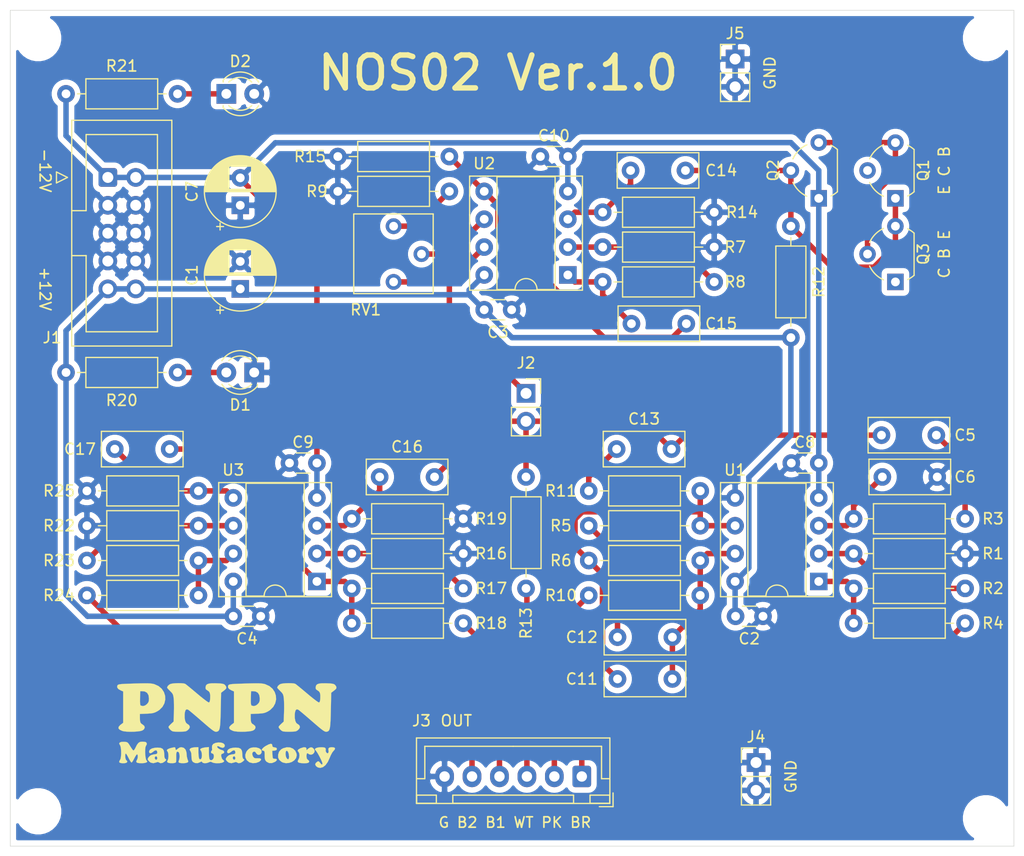
<source format=kicad_pcb>
(kicad_pcb (version 20171130) (host pcbnew "(5.1.10)-1")
  (title_block (title NOS02) (date 2021-07-18) (rev "Ver. 1.0") (company "PNPN Manufactory"))
  (layers (0 F.Cu signal) (31 B.Cu signal) (34 B.Paste user) (35 F.Paste user) (36 B.SilkS user) (37 F.SilkS user) (38 B.Mask user) (39 F.Mask user) (44 Edge.Cuts user))
  (net 0 "")
  (net 1 GND)
  (net 2 +12V)
  (net 3 "Net-(C5-Pad2)")
  (net 4 "Net-(C13-Pad2)")
  (net 5 "Net-(C6-Pad2)")
  (net 6 -12V)
  (net 7 "Net-(C11-Pad2)")
  (net 8 "Net-(C11-Pad1)")
  (net 9 "Net-(C12-Pad2)")
  (net 10 "Net-(C13-Pad1)")
  (net 11 "Net-(C14-Pad2)")
  (net 12 "Net-(C14-Pad1)")
  (net 13 "Net-(C15-Pad2)")
  (net 14 "Net-(C15-Pad1)")
  (net 15 "Net-(C16-Pad1)")
  (net 16 "Net-(C17-Pad2)")
  (net 17 "Net-(C17-Pad1)")
  (net 18 "Net-(D1-Pad2)")
  (net 19 "Net-(J2-Pad1)")
  (net 20 "Net-(J3-Pad5)")
  (net 21 "Net-(J3-Pad4)")
  (net 22 "Net-(J3-Pad3)")
  (net 23 "Net-(J3-Pad2)")
  (net 24 "Net-(J3-Pad1)")
  (net 25 "Net-(Q1-Pad3)")
  (net 26 "Net-(R1-Pad1)")
  (net 27 "Net-(R2-Pad1)")
  (net 28 "Net-(R7-Pad1)")
  (net 29 "Net-(R9-Pad1)")
  (net 30 "Net-(R16-Pad1)")
  (net 31 "Net-(R22-Pad1)")
  (net 32 "Net-(R23-Pad1)")
  (net 33 "Net-(RV1-Pad2)")
  (net 34 "Net-(D2-Pad1)")
  (module Package_DIP:DIP-8_W7.62mm_Socket (layer F.Cu) (at 125.73 110.49 180)
    (fp_text reference U3 (at 7.62 10.16) (layer F.SilkS))
    (fp_text value TL072)
    (pad 8 thru_hole oval (at 7.62 0 180) (size 1.6 1.6) (drill 0.8) (layers *.Cu *.Mask) (net 2 +12V))
    (pad 4 thru_hole oval (at 0 7.62 180) (size 1.6 1.6) (drill 0.8) (layers *.Cu *.Mask) (net 6 -12V))
    (pad 7 thru_hole oval (at 7.62 2.54 180) (size 1.6 1.6) (drill 0.8) (layers *.Cu *.Mask) (net 32 "Net-(R23-Pad1)"))
    (pad 3 thru_hole oval (at 0 5.08 180) (size 1.6 1.6) (drill 0.8) (layers *.Cu *.Mask) (net 15 "Net-(C16-Pad1)"))
    (pad 6 thru_hole oval (at 7.62 5.08 180) (size 1.6 1.6) (drill 0.8) (layers *.Cu *.Mask) (net 31 "Net-(R22-Pad1)"))
    (pad 2 thru_hole oval (at 0 2.54 180) (size 1.6 1.6) (drill 0.8) (layers *.Cu *.Mask) (net 30 "Net-(R16-Pad1)"))
    (pad 5 thru_hole oval (at 7.62 7.62 180) (size 1.6 1.6) (drill 0.8) (layers *.Cu *.Mask) (net 17 "Net-(C17-Pad1)"))
    (pad 1 thru_hole rect (at 0 0 180) (size 1.6 1.6) (drill 0.8) (layers *.Cu *.Mask) (net 16 "Net-(C17-Pad2)"))
  )
  (module Package_DIP:DIP-8_W7.62mm_Socket (layer F.Cu) (at 148.59 82.55 180)
    (fp_text reference U2 (at 7.62 10.16) (layer F.SilkS))
    (fp_text value TL072)
    (pad 8 thru_hole oval (at 7.62 0 180) (size 1.6 1.6) (drill 0.8) (layers *.Cu *.Mask) (net 2 +12V))
    (pad 4 thru_hole oval (at 0 7.62 180) (size 1.6 1.6) (drill 0.8) (layers *.Cu *.Mask) (net 6 -12V))
    (pad 7 thru_hole oval (at 7.62 2.54 180) (size 1.6 1.6) (drill 0.8) (layers *.Cu *.Mask) (net 19 "Net-(J2-Pad1)"))
    (pad 3 thru_hole oval (at 0 5.08 180) (size 1.6 1.6) (drill 0.8) (layers *.Cu *.Mask) (net 12 "Net-(C14-Pad1)"))
    (pad 6 thru_hole oval (at 7.62 5.08 180) (size 1.6 1.6) (drill 0.8) (layers *.Cu *.Mask) (net 33 "Net-(RV1-Pad2)"))
    (pad 2 thru_hole oval (at 0 2.54 180) (size 1.6 1.6) (drill 0.8) (layers *.Cu *.Mask) (net 28 "Net-(R7-Pad1)"))
    (pad 5 thru_hole oval (at 7.62 7.62 180) (size 1.6 1.6) (drill 0.8) (layers *.Cu *.Mask) (net 14 "Net-(C15-Pad1)"))
    (pad 1 thru_hole rect (at 0 0 180) (size 1.6 1.6) (drill 0.8) (layers *.Cu *.Mask) (net 13 "Net-(C15-Pad2)"))
  )
  (module myfootprint:Silk_PNPN_Manufactory_400dpi (layer F.Cu) (at 117.475 123.19)
    (fp_text reference G*** hide)
    (fp_text value LOGO hide)
  )
  (module Connector_PinHeader_2.54mm:PinHeader_1x02_P2.54mm_Vertical (layer F.Cu) (at 163.83 62.865)
    (fp_text reference J5 (at 0 -2.33) (layer F.SilkS))
    (fp_text value TP_GND)
    (pad 2 thru_hole oval (at 0 2.54) (size 1.7 1.7) (drill 1) (layers *.Cu *.Mask) (net 1 GND))
    (pad 1 thru_hole rect (at 0 0) (size 1.7 1.7) (drill 1) (layers *.Cu *.Mask) (net 1 GND))
  )
  (module MountingHole:MountingHole_3.2mm_M3 (layer F.Cu) (at 186.69 132.08)
    (fp_text reference H4)
    (fp_text value MountingHole)
    (pad 1 np_thru_hole circle (at 0 0) (size 3.2 3.2) (drill 3.2) (layers *.Cu *.Mask))
  )
  (module MountingHole:MountingHole_3.2mm_M3 (layer F.Cu) (at 186.69 60.96)
    (fp_text reference H3)
    (fp_text value MountingHole)
    (pad 1 np_thru_hole circle (at 0 0) (size 3.2 3.2) (drill 3.2) (layers *.Cu *.Mask))
  )
  (module MountingHole:MountingHole_3.2mm_M3 (layer F.Cu) (at 100.33 131.445)
    (fp_text reference H2)
    (fp_text value MountingHole)
    (pad 1 np_thru_hole circle (at 0 0) (size 3.2 3.2) (drill 3.2) (layers *.Cu *.Mask))
  )
  (module MountingHole:MountingHole_3.2mm_M3 (layer F.Cu) (at 100.33 60.96)
    (fp_text reference H1)
    (fp_text value MountingHole)
    (pad 1 np_thru_hole circle (at 0 0) (size 3.2 3.2) (drill 3.2) (layers *.Cu *.Mask))
  )
  (module Capacitor_THT:C_Rect_L7.2mm_W3.0mm_P5.00mm_FKS2_FKP2_MKS2_MKP2 (layer F.Cu) (at 182.245 100.965 180)
    (fp_text reference C6 (at -2.54 0) (layer F.SilkS))
    (fp_text value 0.1u)
    (pad 2 thru_hole circle (at 5 0 180) (size 1.6 1.6) (drill 0.8) (layers *.Cu *.Mask) (net 5 "Net-(C6-Pad2)"))
    (pad 1 thru_hole circle (at 0 0 180) (size 1.6 1.6) (drill 0.8) (layers *.Cu *.Mask) (net 1 GND))
  )
  (module Package_DIP:DIP-8_W7.62mm_Socket (layer F.Cu) (at 171.45 110.49 180)
    (fp_text reference U1 (at 7.62 10.16) (layer F.SilkS))
    (fp_text value TL072)
    (pad 8 thru_hole oval (at 7.62 0 180) (size 1.6 1.6) (drill 0.8) (layers *.Cu *.Mask) (net 2 +12V))
    (pad 4 thru_hole oval (at 0 7.62 180) (size 1.6 1.6) (drill 0.8) (layers *.Cu *.Mask) (net 6 -12V))
    (pad 7 thru_hole oval (at 7.62 2.54 180) (size 1.6 1.6) (drill 0.8) (layers *.Cu *.Mask) (net 8 "Net-(C11-Pad1)"))
    (pad 3 thru_hole oval (at 0 5.08 180) (size 1.6 1.6) (drill 0.8) (layers *.Cu *.Mask) (net 5 "Net-(C6-Pad2)"))
    (pad 6 thru_hole oval (at 7.62 5.08 180) (size 1.6 1.6) (drill 0.8) (layers *.Cu *.Mask) (net 7 "Net-(C11-Pad2)"))
    (pad 2 thru_hole oval (at 0 2.54 180) (size 1.6 1.6) (drill 0.8) (layers *.Cu *.Mask) (net 26 "Net-(R1-Pad1)"))
    (pad 5 thru_hole oval (at 7.62 7.62 180) (size 1.6 1.6) (drill 0.8) (layers *.Cu *.Mask) (net 1 GND))
    (pad 1 thru_hole rect (at 0 0 180) (size 1.6 1.6) (drill 0.8) (layers *.Cu *.Mask) (net 27 "Net-(R2-Pad1)"))
  )
  (module myfootprint:Potentiometer_Bourns_3362P_Vertical (layer F.Cu) (at 132.715 83.185)
    (fp_text reference RV1 (at -2.54 2.54) (layer F.SilkS))
    (fp_text value 100k)
    (pad 3 thru_hole circle (at 0 0) (size 1.44 1.44) (drill 0.8) (layers *.Cu *.Mask) (net 19 "Net-(J2-Pad1)"))
    (pad 2 thru_hole circle (at 2.54 -2.54) (size 1.44 1.44) (drill 0.8) (layers *.Cu *.Mask) (net 33 "Net-(RV1-Pad2)"))
    (pad 1 thru_hole circle (at 0 -5.08) (size 1.44 1.44) (drill 0.8) (layers *.Cu *.Mask) (net 29 "Net-(R9-Pad1)"))
  )
  (module Resistor_THT:R_Axial_DIN0207_L6.3mm_D2.5mm_P10.16mm_Horizontal (layer F.Cu) (at 104.775 102.235)
    (fp_text reference R25 (at -2.54 0) (layer F.SilkS))
    (fp_text value 1k)
    (pad 2 thru_hole oval (at 10.16 0) (size 1.6 1.6) (drill 0.8) (layers *.Cu *.Mask) (net 17 "Net-(C17-Pad1)"))
    (pad 1 thru_hole circle (at 0 0) (size 1.6 1.6) (drill 0.8) (layers *.Cu *.Mask) (net 1 GND))
  )
  (module Resistor_THT:R_Axial_DIN0207_L6.3mm_D2.5mm_P10.16mm_Horizontal (layer F.Cu) (at 104.775 111.76)
    (fp_text reference R24 (at -2.54 0) (layer F.SilkS))
    (fp_text value 1k)
    (pad 2 thru_hole oval (at 10.16 0) (size 1.6 1.6) (drill 0.8) (layers *.Cu *.Mask) (net 32 "Net-(R23-Pad1)"))
    (pad 1 thru_hole circle (at 0 0) (size 1.6 1.6) (drill 0.8) (layers *.Cu *.Mask) (net 20 "Net-(J3-Pad5)"))
  )
  (module Resistor_THT:R_Axial_DIN0207_L6.3mm_D2.5mm_P10.16mm_Horizontal (layer F.Cu) (at 114.935 108.585 180)
    (fp_text reference R23 (at 12.7 0) (layer F.SilkS))
    (fp_text value 15k)
    (pad 2 thru_hole oval (at 10.16 0 180) (size 1.6 1.6) (drill 0.8) (layers *.Cu *.Mask) (net 31 "Net-(R22-Pad1)"))
    (pad 1 thru_hole circle (at 0 0 180) (size 1.6 1.6) (drill 0.8) (layers *.Cu *.Mask) (net 32 "Net-(R23-Pad1)"))
  )
  (module Resistor_THT:R_Axial_DIN0207_L6.3mm_D2.5mm_P10.16mm_Horizontal (layer F.Cu) (at 114.935 105.41 180)
    (fp_text reference R22 (at 12.7 0) (layer F.SilkS))
    (fp_text value 10k)
    (pad 2 thru_hole oval (at 10.16 0 180) (size 1.6 1.6) (drill 0.8) (layers *.Cu *.Mask) (net 1 GND))
    (pad 1 thru_hole circle (at 0 0 180) (size 1.6 1.6) (drill 0.8) (layers *.Cu *.Mask) (net 31 "Net-(R22-Pad1)"))
  )
  (module Resistor_THT:R_Axial_DIN0207_L6.3mm_D2.5mm_P10.16mm_Horizontal (layer F.Cu) (at 113.03 66.04 180)
    (fp_text reference R21 (at 5.08 2.54) (layer F.SilkS))
    (fp_text value 4.7k)
    (pad 2 thru_hole oval (at 10.16 0 180) (size 1.6 1.6) (drill 0.8) (layers *.Cu *.Mask) (net 6 -12V))
    (pad 1 thru_hole circle (at 0 0 180) (size 1.6 1.6) (drill 0.8) (layers *.Cu *.Mask) (net 34 "Net-(D2-Pad1)"))
  )
  (module Resistor_THT:R_Axial_DIN0207_L6.3mm_D2.5mm_P10.16mm_Horizontal (layer F.Cu) (at 102.87 91.44)
    (fp_text reference R20 (at 5.08 2.54) (layer F.SilkS))
    (fp_text value 4.7k)
    (pad 2 thru_hole oval (at 10.16 0) (size 1.6 1.6) (drill 0.8) (layers *.Cu *.Mask) (net 18 "Net-(D1-Pad2)"))
    (pad 1 thru_hole circle (at 0 0) (size 1.6 1.6) (drill 0.8) (layers *.Cu *.Mask) (net 2 +12V))
  )
  (module Resistor_THT:R_Axial_DIN0207_L6.3mm_D2.5mm_P10.16mm_Horizontal (layer F.Cu) (at 139.065 104.775 180)
    (fp_text reference R19 (at -2.54 0) (layer F.SilkS))
    (fp_text value 1k)
    (pad 2 thru_hole oval (at 10.16 0 180) (size 1.6 1.6) (drill 0.8) (layers *.Cu *.Mask) (net 15 "Net-(C16-Pad1)"))
    (pad 1 thru_hole circle (at 0 0 180) (size 1.6 1.6) (drill 0.8) (layers *.Cu *.Mask) (net 1 GND))
  )
  (module Resistor_THT:R_Axial_DIN0207_L6.3mm_D2.5mm_P10.16mm_Horizontal (layer F.Cu) (at 139.065 114.3 180)
    (fp_text reference R18 (at -2.54 0) (layer F.SilkS))
    (fp_text value 1k)
    (pad 2 thru_hole oval (at 10.16 0 180) (size 1.6 1.6) (drill 0.8) (layers *.Cu *.Mask) (net 16 "Net-(C17-Pad2)"))
    (pad 1 thru_hole circle (at 0 0 180) (size 1.6 1.6) (drill 0.8) (layers *.Cu *.Mask) (net 21 "Net-(J3-Pad4)"))
  )
  (module Resistor_THT:R_Axial_DIN0207_L6.3mm_D2.5mm_P10.16mm_Horizontal (layer F.Cu) (at 128.905 111.125)
    (fp_text reference R17 (at 12.7 0) (layer F.SilkS))
    (fp_text value 22k)
    (pad 2 thru_hole oval (at 10.16 0) (size 1.6 1.6) (drill 0.8) (layers *.Cu *.Mask) (net 30 "Net-(R16-Pad1)"))
    (pad 1 thru_hole circle (at 0 0) (size 1.6 1.6) (drill 0.8) (layers *.Cu *.Mask) (net 16 "Net-(C17-Pad2)"))
  )
  (module Resistor_THT:R_Axial_DIN0207_L6.3mm_D2.5mm_P10.16mm_Horizontal (layer F.Cu) (at 128.905 107.95)
    (fp_text reference R16 (at 12.7 0) (layer F.SilkS))
    (fp_text value 10k)
    (pad 2 thru_hole oval (at 10.16 0) (size 1.6 1.6) (drill 0.8) (layers *.Cu *.Mask) (net 1 GND))
    (pad 1 thru_hole circle (at 0 0) (size 1.6 1.6) (drill 0.8) (layers *.Cu *.Mask) (net 30 "Net-(R16-Pad1)"))
  )
  (module Resistor_THT:R_Axial_DIN0207_L6.3mm_D2.5mm_P10.16mm_Horizontal (layer F.Cu) (at 137.795 71.755 180)
    (fp_text reference R15 (at 12.7 0) (layer F.SilkS))
    (fp_text value 100k)
    (pad 2 thru_hole oval (at 10.16 0 180) (size 1.6 1.6) (drill 0.8) (layers *.Cu *.Mask) (net 1 GND))
    (pad 1 thru_hole circle (at 0 0 180) (size 1.6 1.6) (drill 0.8) (layers *.Cu *.Mask) (net 14 "Net-(C15-Pad1)"))
  )
  (module Resistor_THT:R_Axial_DIN0207_L6.3mm_D2.5mm_P10.16mm_Horizontal (layer F.Cu) (at 151.765 76.835)
    (fp_text reference R14 (at 12.7 0) (layer F.SilkS))
    (fp_text value 100k)
    (pad 2 thru_hole oval (at 10.16 0) (size 1.6 1.6) (drill 0.8) (layers *.Cu *.Mask) (net 1 GND))
    (pad 1 thru_hole circle (at 0 0) (size 1.6 1.6) (drill 0.8) (layers *.Cu *.Mask) (net 12 "Net-(C14-Pad1)"))
  )
  (module Resistor_THT:R_Axial_DIN0207_L6.3mm_D2.5mm_P10.16mm_Horizontal (layer F.Cu) (at 144.78 111.125 90)
    (fp_text reference R13 (at -3.175 0 90) (layer F.SilkS))
    (fp_text value 1k)
    (pad 2 thru_hole oval (at 10.16 0 90) (size 1.6 1.6) (drill 0.8) (layers *.Cu *.Mask) (net 4 "Net-(C13-Pad2)"))
    (pad 1 thru_hole circle (at 0 0 90) (size 1.6 1.6) (drill 0.8) (layers *.Cu *.Mask) (net 22 "Net-(J3-Pad3)"))
  )
  (module Resistor_THT:R_Axial_DIN0207_L6.3mm_D2.5mm_P10.16mm_Horizontal (layer F.Cu) (at 168.91 88.265 90)
    (fp_text reference R12 (at 5.08 2.54 90) (layer F.SilkS))
    (fp_text value 100k)
    (pad 2 thru_hole oval (at 10.16 0 90) (size 1.6 1.6) (drill 0.8) (layers *.Cu *.Mask) (net 11 "Net-(C14-Pad2)"))
    (pad 1 thru_hole circle (at 0 0 90) (size 1.6 1.6) (drill 0.8) (layers *.Cu *.Mask) (net 2 +12V))
  )
  (module Resistor_THT:R_Axial_DIN0207_L6.3mm_D2.5mm_P10.16mm_Horizontal (layer F.Cu) (at 160.655 102.235 180)
    (fp_text reference R11 (at 12.7 0) (layer F.SilkS))
    (fp_text value 100k)
    (pad 2 thru_hole oval (at 10.16 0 180) (size 1.6 1.6) (drill 0.8) (layers *.Cu *.Mask) (net 10 "Net-(C13-Pad1)"))
    (pad 1 thru_hole circle (at 0 0 180) (size 1.6 1.6) (drill 0.8) (layers *.Cu *.Mask) (net 7 "Net-(C11-Pad2)"))
  )
  (module Resistor_THT:R_Axial_DIN0207_L6.3mm_D2.5mm_P10.16mm_Horizontal (layer F.Cu) (at 150.495 111.76)
    (fp_text reference R10 (at -2.54 0) (layer F.SilkS))
    (fp_text value 1k)
    (pad 2 thru_hole oval (at 10.16 0) (size 1.6 1.6) (drill 0.8) (layers *.Cu *.Mask) (net 8 "Net-(C11-Pad1)"))
    (pad 1 thru_hole circle (at 0 0) (size 1.6 1.6) (drill 0.8) (layers *.Cu *.Mask) (net 23 "Net-(J3-Pad2)"))
  )
  (module Resistor_THT:R_Axial_DIN0207_L6.3mm_D2.5mm_P10.16mm_Horizontal (layer F.Cu) (at 137.795 74.93 180)
    (fp_text reference R9 (at 12.065 0) (layer F.SilkS))
    (fp_text value 10k)
    (pad 2 thru_hole oval (at 10.16 0 180) (size 1.6 1.6) (drill 0.8) (layers *.Cu *.Mask) (net 1 GND))
    (pad 1 thru_hole circle (at 0 0 180) (size 1.6 1.6) (drill 0.8) (layers *.Cu *.Mask) (net 29 "Net-(R9-Pad1)"))
  )
  (module Resistor_THT:R_Axial_DIN0207_L6.3mm_D2.5mm_P10.16mm_Horizontal (layer F.Cu) (at 151.765 83.185)
    (fp_text reference R8 (at 12.065 0) (layer F.SilkS))
    (fp_text value 330k)
    (pad 2 thru_hole oval (at 10.16 0) (size 1.6 1.6) (drill 0.8) (layers *.Cu *.Mask) (net 28 "Net-(R7-Pad1)"))
    (pad 1 thru_hole circle (at 0 0) (size 1.6 1.6) (drill 0.8) (layers *.Cu *.Mask) (net 13 "Net-(C15-Pad2)"))
  )
  (module Resistor_THT:R_Axial_DIN0207_L6.3mm_D2.5mm_P10.16mm_Horizontal (layer F.Cu) (at 151.765 80.01)
    (fp_text reference R7 (at 12.065 0) (layer F.SilkS))
    (fp_text value 10k)
    (pad 2 thru_hole oval (at 10.16 0) (size 1.6 1.6) (drill 0.8) (layers *.Cu *.Mask) (net 1 GND))
    (pad 1 thru_hole circle (at 0 0) (size 1.6 1.6) (drill 0.8) (layers *.Cu *.Mask) (net 28 "Net-(R7-Pad1)"))
  )
  (module Resistor_THT:R_Axial_DIN0207_L6.3mm_D2.5mm_P10.16mm_Horizontal (layer F.Cu) (at 160.655 108.585 180)
    (fp_text reference R6 (at 12.7 0) (layer F.SilkS))
    (fp_text value 1M)
    (pad 2 thru_hole oval (at 10.16 0 180) (size 1.6 1.6) (drill 0.8) (layers *.Cu *.Mask) (net 7 "Net-(C11-Pad2)"))
    (pad 1 thru_hole circle (at 0 0 180) (size 1.6 1.6) (drill 0.8) (layers *.Cu *.Mask) (net 8 "Net-(C11-Pad1)"))
  )
  (module Resistor_THT:R_Axial_DIN0207_L6.3mm_D2.5mm_P10.16mm_Horizontal (layer F.Cu) (at 150.495 105.41)
    (fp_text reference R5 (at -2.54 0) (layer F.SilkS))
    (fp_text value 33k)
    (pad 2 thru_hole oval (at 10.16 0) (size 1.6 1.6) (drill 0.8) (layers *.Cu *.Mask) (net 7 "Net-(C11-Pad2)"))
    (pad 1 thru_hole circle (at 0 0) (size 1.6 1.6) (drill 0.8) (layers *.Cu *.Mask) (net 9 "Net-(C12-Pad2)"))
  )
  (module Resistor_THT:R_Axial_DIN0207_L6.3mm_D2.5mm_P10.16mm_Horizontal (layer F.Cu) (at 184.785 114.3 180)
    (fp_text reference R4 (at -2.54 0) (layer F.SilkS))
    (fp_text value 1k)
    (pad 2 thru_hole oval (at 10.16 0 180) (size 1.6 1.6) (drill 0.8) (layers *.Cu *.Mask) (net 27 "Net-(R2-Pad1)"))
    (pad 1 thru_hole circle (at 0 0 180) (size 1.6 1.6) (drill 0.8) (layers *.Cu *.Mask) (net 24 "Net-(J3-Pad1)"))
  )
  (module Resistor_THT:R_Axial_DIN0207_L6.3mm_D2.5mm_P10.16mm_Horizontal (layer F.Cu) (at 174.625 104.775)
    (fp_text reference R3 (at 12.7 0) (layer F.SilkS))
    (fp_text value 10k)
    (pad 2 thru_hole oval (at 10.16 0) (size 1.6 1.6) (drill 0.8) (layers *.Cu *.Mask) (net 3 "Net-(C5-Pad2)"))
    (pad 1 thru_hole circle (at 0 0) (size 1.6 1.6) (drill 0.8) (layers *.Cu *.Mask) (net 5 "Net-(C6-Pad2)"))
  )
  (module Resistor_THT:R_Axial_DIN0207_L6.3mm_D2.5mm_P10.16mm_Horizontal (layer F.Cu) (at 174.625 111.125)
    (fp_text reference R2 (at 12.7 0) (layer F.SilkS))
    (fp_text value 100k)
    (pad 2 thru_hole oval (at 10.16 0) (size 1.6 1.6) (drill 0.8) (layers *.Cu *.Mask) (net 26 "Net-(R1-Pad1)"))
    (pad 1 thru_hole circle (at 0 0) (size 1.6 1.6) (drill 0.8) (layers *.Cu *.Mask) (net 27 "Net-(R2-Pad1)"))
  )
  (module Resistor_THT:R_Axial_DIN0207_L6.3mm_D2.5mm_P10.16mm_Horizontal (layer F.Cu) (at 174.625 107.95)
    (fp_text reference R1 (at 12.7 0) (layer F.SilkS))
    (fp_text value 10k)
    (pad 2 thru_hole oval (at 10.16 0) (size 1.6 1.6) (drill 0.8) (layers *.Cu *.Mask) (net 1 GND))
    (pad 1 thru_hole circle (at 0 0) (size 1.6 1.6) (drill 0.8) (layers *.Cu *.Mask) (net 26 "Net-(R1-Pad1)"))
  )
  (module Package_TO_SOT_THT:TO-92L_Wide (layer F.Cu) (at 178.435 83.185 90)
    (fp_text reference Q3 (at 2.55 2.54 90) (layer F.SilkS))
    (fp_text value BC547)
    (pad 1 thru_hole rect (at 0 0 90) (size 1.5 1.5) (drill 0.8) (layers *.Cu *.Mask))
    (pad 3 thru_hole circle (at 5.08 0 90) (size 1.5 1.5) (drill 0.8) (layers *.Cu *.Mask) (net 11 "Net-(C14-Pad2)"))
    (pad 2 thru_hole circle (at 2.54 -2.54 90) (size 1.5 1.5) (drill 0.8) (layers *.Cu *.Mask) (net 25 "Net-(Q1-Pad3)"))
  )
  (module Package_TO_SOT_THT:TO-92L_Wide (layer F.Cu) (at 171.45 75.565 90)
    (fp_text reference Q2 (at 2.55 -4.15 90) (layer F.SilkS))
    (fp_text value 2SC1815)
    (pad 1 thru_hole rect (at 0 0 90) (size 1.5 1.5) (drill 0.8) (layers *.Cu *.Mask) (net 6 -12V))
    (pad 3 thru_hole circle (at 5.08 0 90) (size 1.5 1.5) (drill 0.8) (layers *.Cu *.Mask) (net 25 "Net-(Q1-Pad3)"))
    (pad 2 thru_hole circle (at 2.54 -2.54 90) (size 1.5 1.5) (drill 0.8) (layers *.Cu *.Mask) (net 11 "Net-(C14-Pad2)"))
  )
  (module Package_TO_SOT_THT:TO-92L_Wide (layer F.Cu) (at 178.435 75.565 90)
    (fp_text reference Q1 (at 2.55 2.54 90) (layer F.SilkS))
    (fp_text value 2SC1815)
    (pad 1 thru_hole rect (at 0 0 90) (size 1.5 1.5) (drill 0.8) (layers *.Cu *.Mask) (net 11 "Net-(C14-Pad2)"))
    (pad 3 thru_hole circle (at 5.08 0 90) (size 1.5 1.5) (drill 0.8) (layers *.Cu *.Mask) (net 25 "Net-(Q1-Pad3)"))
    (pad 2 thru_hole circle (at 2.54 -2.54 90) (size 1.5 1.5) (drill 0.8) (layers *.Cu *.Mask))
  )
  (module Connector_PinHeader_2.54mm:PinHeader_1x02_P2.54mm_Vertical (layer F.Cu) (at 165.735 127)
    (fp_text reference J4 (at 0 -2.33) (layer F.SilkS))
    (fp_text value TP_GND)
    (pad 2 thru_hole oval (at 0 2.54) (size 1.7 1.7) (drill 1) (layers *.Cu *.Mask) (net 1 GND))
    (pad 1 thru_hole rect (at 0 0) (size 1.7 1.7) (drill 1) (layers *.Cu *.Mask) (net 1 GND))
  )
  (module Connector_JST:JST_XH_B6B-XH-A_1x06_P2.50mm_Vertical (layer F.Cu) (at 149.86 128.27 180)
    (fp_text reference J3 (at 14.605 5.08) (layer F.SilkS))
    (fp_text value OUT)
    (pad 6 thru_hole oval (at 12.5 0 180) (size 1.7 1.95) (drill 0.95) (layers *.Cu *.Mask) (net 1 GND))
    (pad 5 thru_hole oval (at 10 0 180) (size 1.7 1.95) (drill 0.95) (layers *.Cu *.Mask) (net 20 "Net-(J3-Pad5)"))
    (pad 4 thru_hole oval (at 7.5 0 180) (size 1.7 1.95) (drill 0.95) (layers *.Cu *.Mask) (net 21 "Net-(J3-Pad4)"))
    (pad 3 thru_hole oval (at 5 0 180) (size 1.7 1.95) (drill 0.95) (layers *.Cu *.Mask) (net 22 "Net-(J3-Pad3)"))
    (pad 2 thru_hole oval (at 2.5 0 180) (size 1.7 1.95) (drill 0.95) (layers *.Cu *.Mask) (net 23 "Net-(J3-Pad2)"))
    (pad 1 thru_hole roundrect (at 0 0 180) (size 1.7 1.95) (drill 0.95) (layers *.Cu *.Mask) (roundrect_rratio 0.1470588235294118) (net 24 "Net-(J3-Pad1)"))
  )
  (module Connector_PinSocket_2.54mm:PinSocket_1x02_P2.54mm_Vertical (layer F.Cu) (at 144.78 93.345)
    (fp_text reference J2 (at 0 -2.77) (layer F.SilkS))
    (fp_text value Bridge)
    (pad 2 thru_hole oval (at 0 2.54) (size 1.7 1.7) (drill 1) (layers *.Cu *.Mask) (net 4 "Net-(C13-Pad2)"))
    (pad 1 thru_hole rect (at 0 0) (size 1.7 1.7) (drill 1) (layers *.Cu *.Mask) (net 19 "Net-(J2-Pad1)"))
  )
  (module Connector_IDC:IDC-Header_2x05_P2.54mm_Vertical (layer F.Cu) (at 106.68 73.66)
    (fp_text reference J1 (at -5.08 14.605 180) (layer F.SilkS))
    (fp_text value ERK_PWR)
    (pad 10 thru_hole circle (at 2.54 10.16) (size 1.7 1.7) (drill 1) (layers *.Cu *.Mask) (net 2 +12V))
    (pad 8 thru_hole circle (at 2.54 7.62) (size 1.7 1.7) (drill 1) (layers *.Cu *.Mask) (net 1 GND))
    (pad 6 thru_hole circle (at 2.54 5.08) (size 1.7 1.7) (drill 1) (layers *.Cu *.Mask) (net 1 GND))
    (pad 4 thru_hole circle (at 2.54 2.54) (size 1.7 1.7) (drill 1) (layers *.Cu *.Mask) (net 1 GND))
    (pad 2 thru_hole circle (at 2.54 0) (size 1.7 1.7) (drill 1) (layers *.Cu *.Mask) (net 6 -12V))
    (pad 9 thru_hole circle (at 0 10.16) (size 1.7 1.7) (drill 1) (layers *.Cu *.Mask) (net 2 +12V))
    (pad 7 thru_hole circle (at 0 7.62) (size 1.7 1.7) (drill 1) (layers *.Cu *.Mask) (net 1 GND))
    (pad 5 thru_hole circle (at 0 5.08) (size 1.7 1.7) (drill 1) (layers *.Cu *.Mask) (net 1 GND))
    (pad 3 thru_hole circle (at 0 2.54) (size 1.7 1.7) (drill 1) (layers *.Cu *.Mask) (net 1 GND))
    (pad 1 thru_hole roundrect (at 0 0) (size 1.7 1.7) (drill 1) (layers *.Cu *.Mask) (roundrect_rratio 0.1470588235294118) (net 6 -12V))
  )
  (module LED_THT:LED_D3.0mm (layer F.Cu) (at 117.475 66.04)
    (fp_text reference D2 (at 1.27 -2.96) (layer F.SilkS))
    (fp_text value BLUE)
    (pad 2 thru_hole circle (at 2.54 0) (size 1.8 1.8) (drill 0.9) (layers *.Cu *.Mask) (net 1 GND))
    (pad 1 thru_hole rect (at 0 0) (size 1.8 1.8) (drill 0.9) (layers *.Cu *.Mask) (net 34 "Net-(D2-Pad1)"))
  )
  (module LED_THT:LED_D3.0mm (layer F.Cu) (at 120.015 91.44 180)
    (fp_text reference D1 (at 1.27 -2.96) (layer F.SilkS))
    (fp_text value RED)
    (pad 2 thru_hole circle (at 2.54 0 180) (size 1.8 1.8) (drill 0.9) (layers *.Cu *.Mask) (net 18 "Net-(D1-Pad2)"))
    (pad 1 thru_hole rect (at 0 0 180) (size 1.8 1.8) (drill 0.9) (layers *.Cu *.Mask) (net 1 GND))
  )
  (module Capacitor_THT:C_Rect_L7.2mm_W3.0mm_P5.00mm_FKS2_FKP2_MKS2_MKP2 (layer F.Cu) (at 107.315 98.425)
    (fp_text reference C17 (at -3.175 0) (layer F.SilkS))
    (fp_text value 0.01u)
    (pad 2 thru_hole circle (at 5 0) (size 1.6 1.6) (drill 0.8) (layers *.Cu *.Mask) (net 16 "Net-(C17-Pad2)"))
    (pad 1 thru_hole circle (at 0 0) (size 1.6 1.6) (drill 0.8) (layers *.Cu *.Mask) (net 17 "Net-(C17-Pad1)"))
  )
  (module Capacitor_THT:C_Rect_L7.2mm_W3.0mm_P5.00mm_FKS2_FKP2_MKS2_MKP2 (layer F.Cu) (at 131.445 100.965)
    (fp_text reference C16 (at 2.5 -2.75) (layer F.SilkS))
    (fp_text value 0.1u)
    (pad 2 thru_hole circle (at 5 0) (size 1.6 1.6) (drill 0.8) (layers *.Cu *.Mask) (net 4 "Net-(C13-Pad2)"))
    (pad 1 thru_hole circle (at 0 0) (size 1.6 1.6) (drill 0.8) (layers *.Cu *.Mask) (net 15 "Net-(C16-Pad1)"))
  )
  (module Capacitor_THT:C_Rect_L7.2mm_W3.0mm_P5.00mm_FKS2_FKP2_MKS2_MKP2 (layer F.Cu) (at 159.385 86.995 180)
    (fp_text reference C15 (at -3.175 0) (layer F.SilkS))
    (fp_text value 0.1u)
    (pad 2 thru_hole circle (at 5 0 180) (size 1.6 1.6) (drill 0.8) (layers *.Cu *.Mask) (net 13 "Net-(C15-Pad2)"))
    (pad 1 thru_hole circle (at 0 0 180) (size 1.6 1.6) (drill 0.8) (layers *.Cu *.Mask) (net 14 "Net-(C15-Pad1)"))
  )
  (module Capacitor_THT:C_Rect_L7.2mm_W3.0mm_P5.00mm_FKS2_FKP2_MKS2_MKP2 (layer F.Cu) (at 154.305 73.025)
    (fp_text reference C14 (at 8.255 0) (layer F.SilkS))
    (fp_text value 0.1u)
    (pad 2 thru_hole circle (at 5 0) (size 1.6 1.6) (drill 0.8) (layers *.Cu *.Mask) (net 11 "Net-(C14-Pad2)"))
    (pad 1 thru_hole circle (at 0 0) (size 1.6 1.6) (drill 0.8) (layers *.Cu *.Mask) (net 12 "Net-(C14-Pad1)"))
  )
  (module Capacitor_THT:C_Rect_L7.2mm_W3.0mm_P5.00mm_FKS2_FKP2_MKS2_MKP2 (layer F.Cu) (at 153.035 98.425)
    (fp_text reference C13 (at 2.5 -2.75) (layer F.SilkS))
    (fp_text value 0.1u)
    (pad 2 thru_hole circle (at 5 0) (size 1.6 1.6) (drill 0.8) (layers *.Cu *.Mask) (net 4 "Net-(C13-Pad2)"))
    (pad 1 thru_hole circle (at 0 0) (size 1.6 1.6) (drill 0.8) (layers *.Cu *.Mask) (net 10 "Net-(C13-Pad1)"))
  )
  (module Capacitor_THT:C_Rect_L7.2mm_W3.0mm_P5.00mm_FKS2_FKP2_MKS2_MKP2 (layer F.Cu) (at 158.115 115.57 180)
    (fp_text reference C12 (at 8.255 0) (layer F.SilkS))
    (fp_text value 0.01u)
    (pad 2 thru_hole circle (at 5 0 180) (size 1.6 1.6) (drill 0.8) (layers *.Cu *.Mask) (net 9 "Net-(C12-Pad2)"))
    (pad 1 thru_hole circle (at 0 0 180) (size 1.6 1.6) (drill 0.8) (layers *.Cu *.Mask) (net 8 "Net-(C11-Pad1)"))
  )
  (module Capacitor_THT:C_Rect_L7.2mm_W3.0mm_P5.00mm_FKS2_FKP2_MKS2_MKP2 (layer F.Cu) (at 158.115 119.38 180)
    (fp_text reference C11 (at 8.255 0) (layer F.SilkS))
    (fp_text value 0.001u)
    (pad 2 thru_hole circle (at 5 0 180) (size 1.6 1.6) (drill 0.8) (layers *.Cu *.Mask) (net 7 "Net-(C11-Pad2)"))
    (pad 1 thru_hole circle (at 0 0 180) (size 1.6 1.6) (drill 0.8) (layers *.Cu *.Mask) (net 8 "Net-(C11-Pad1)"))
  )
  (module Capacitor_THT:C_Disc_D3.0mm_W1.6mm_P2.50mm (layer F.Cu) (at 148.59 71.755 180)
    (fp_text reference C10 (at 1.27 1.905) (layer F.SilkS))
    (fp_text value 0.1u)
    (pad 2 thru_hole circle (at 2.5 0 180) (size 1.6 1.6) (drill 0.8) (layers *.Cu *.Mask) (net 1 GND))
    (pad 1 thru_hole circle (at 0 0 180) (size 1.6 1.6) (drill 0.8) (layers *.Cu *.Mask) (net 6 -12V))
  )
  (module Capacitor_THT:C_Disc_D3.0mm_W1.6mm_P2.50mm (layer F.Cu) (at 125.73 99.695 180)
    (fp_text reference C9 (at 1.27 1.905) (layer F.SilkS))
    (fp_text value 0.1u)
    (pad 2 thru_hole circle (at 2.5 0 180) (size 1.6 1.6) (drill 0.8) (layers *.Cu *.Mask) (net 1 GND))
    (pad 1 thru_hole circle (at 0 0 180) (size 1.6 1.6) (drill 0.8) (layers *.Cu *.Mask) (net 6 -12V))
  )
  (module Capacitor_THT:C_Disc_D3.0mm_W1.6mm_P2.50mm (layer F.Cu) (at 171.45 99.695 180)
    (fp_text reference C8 (at 1.27 1.905) (layer F.SilkS))
    (fp_text value 0.1u)
    (pad 2 thru_hole circle (at 2.5 0 180) (size 1.6 1.6) (drill 0.8) (layers *.Cu *.Mask) (net 1 GND))
    (pad 1 thru_hole circle (at 0 0 180) (size 1.6 1.6) (drill 0.8) (layers *.Cu *.Mask) (net 6 -12V))
  )
  (module Capacitor_THT:CP_Radial_D6.3mm_P2.50mm (layer F.Cu) (at 118.745 76.2 90)
    (fp_text reference C7 (at 1.25 -4.4 90) (layer F.SilkS))
    (fp_text value 100u)
    (pad 2 thru_hole circle (at 2.5 0 90) (size 1.6 1.6) (drill 0.8) (layers *.Cu *.Mask) (net 6 -12V))
    (pad 1 thru_hole rect (at 0 0 90) (size 1.6 1.6) (drill 0.8) (layers *.Cu *.Mask) (net 1 GND))
  )
  (module Capacitor_THT:C_Rect_L7.2mm_W3.0mm_P5.00mm_FKS2_FKP2_MKS2_MKP2 (layer F.Cu) (at 177.165 97.155)
    (fp_text reference C5 (at 7.62 0) (layer F.SilkS))
    (fp_text value 0.1u)
    (pad 2 thru_hole circle (at 5 0) (size 1.6 1.6) (drill 0.8) (layers *.Cu *.Mask) (net 3 "Net-(C5-Pad2)"))
    (pad 1 thru_hole circle (at 0 0) (size 1.6 1.6) (drill 0.8) (layers *.Cu *.Mask) (net 4 "Net-(C13-Pad2)"))
  )
  (module Capacitor_THT:C_Disc_D3.0mm_W1.6mm_P2.50mm (layer F.Cu) (at 120.61 113.665 180)
    (fp_text reference C4 (at 1.25 -2.05) (layer F.SilkS))
    (fp_text value 0.1u)
    (pad 2 thru_hole circle (at 2.5 0 180) (size 1.6 1.6) (drill 0.8) (layers *.Cu *.Mask) (net 2 +12V))
    (pad 1 thru_hole circle (at 0 0 180) (size 1.6 1.6) (drill 0.8) (layers *.Cu *.Mask) (net 1 GND))
  )
  (module Capacitor_THT:C_Disc_D3.0mm_W1.6mm_P2.50mm (layer F.Cu) (at 143.47 85.725 180)
    (fp_text reference C3 (at 1.25 -2.05) (layer F.SilkS))
    (fp_text value 0.1u)
    (pad 2 thru_hole circle (at 2.5 0 180) (size 1.6 1.6) (drill 0.8) (layers *.Cu *.Mask) (net 2 +12V))
    (pad 1 thru_hole circle (at 0 0 180) (size 1.6 1.6) (drill 0.8) (layers *.Cu *.Mask) (net 1 GND))
  )
  (module Capacitor_THT:C_Disc_D3.0mm_W1.6mm_P2.50mm (layer F.Cu) (at 166.37 113.665 180)
    (fp_text reference C2 (at 1.25 -2.05) (layer F.SilkS))
    (fp_text value 0.1u)
    (pad 2 thru_hole circle (at 2.5 0 180) (size 1.6 1.6) (drill 0.8) (layers *.Cu *.Mask) (net 2 +12V))
    (pad 1 thru_hole circle (at 0 0 180) (size 1.6 1.6) (drill 0.8) (layers *.Cu *.Mask) (net 1 GND))
  )
  (module Capacitor_THT:CP_Radial_D6.3mm_P2.50mm (layer F.Cu) (at 118.745 83.82 90)
    (fp_text reference C1 (at 1.25 -4.4 90) (layer F.SilkS))
    (fp_text value 100u)
    (pad 2 thru_hole circle (at 2.5 0 90) (size 1.6 1.6) (drill 0.8) (layers *.Cu *.Mask) (net 1 GND))
    (pad 1 thru_hole rect (at 0 0 90) (size 1.6 1.6) (drill 0.8) (layers *.Cu *.Mask) (net 2 +12V))
  )
  (gr_text "C B E" (at 182.88 80.645 90) (layer F.SilkS) (effects (font (size 1 1))))
  (gr_text "E C B" (at 182.88 73.025 90) (layer F.SilkS) (effects (font (size 1 1))))
  (gr_text +12V (at 100.965 83.82 270) (layer F.SilkS) (effects (font (size 1 1))))
  (gr_text -12V (at 100.965 73.025 270) (layer F.SilkS) (effects (font (size 1 1))))
  (gr_text GND (at 167.005 64.135 90) (layer F.SilkS) (effects (font (size 1 1))))
  (gr_text GND (at 168.91 128.27 90) (layer F.SilkS) (effects (font (size 1 1))))
  (gr_text "G B2 B1 WT PK BR" (at 143.764 132.461) (layer F.SilkS) (effects (font (size 0.95 0.95))))
  (gr_text OUT (at 138.43 123.19) (layer F.SilkS) (effects (font (size 1 1))))
  (gr_text https://dad8893.blogspot.com/ (at 118.745 132.08) (layer F.Cu) (effects (font (size 1.2 1.2) (thickness 0.2))))
  (gr_text "NOS02 Ver.1.0" (at 142.24 64.135) (layer F.SilkS) (effects (font (size 3 3) (thickness 0.5))))
  (gr_line (start 97.79 134.62) (end 97.79 58.42) (layer Edge.Cuts) (width 0.05))
  (gr_line (start 189.23 134.62) (end 97.79 134.62) (layer Edge.Cuts) (width 0.05))
  (gr_line (start 189.23 58.42) (end 189.23 134.62) (layer Edge.Cuts) (width 0.05))
  (gr_line (start 97.79 58.42) (end 189.23 58.42) (layer Edge.Cuts) (width 0.05))
  (segment (start 102.87 87.63) (end 106.68 83.82) (width 0.5) (layer B.Cu) (net 2))
  (segment (start 102.87 91.44) (end 102.87 87.63) (width 0.5) (layer B.Cu) (net 2))
  (segment (start 106.68 83.82) (end 109.22 83.82) (width 0.5) (layer B.Cu) (net 2))
  (segment (start 109.22 83.82) (end 118.745 83.82) (width 0.5) (layer B.Cu) (net 2))
  (segment (start 104.829998 113.665) (end 118.11 113.665) (width 0.5) (layer B.Cu) (net 2))
  (segment (start 102.87 111.705002) (end 104.829998 113.665) (width 0.5) (layer B.Cu) (net 2))
  (segment (start 102.87 91.44) (end 102.87 111.705002) (width 0.5) (layer B.Cu) (net 2))
  (segment (start 118.11 113.665) (end 118.11 110.49) (width 0.5) (layer B.Cu) (net 2))
  (segment (start 139.600001 84.355001) (end 140.97 85.725) (width 0.5) (layer B.Cu) (net 2))
  (segment (start 119.280001 84.355001) (end 139.600001 84.355001) (width 0.5) (layer B.Cu) (net 2))
  (segment (start 118.745 83.82) (end 119.280001 84.355001) (width 0.5) (layer B.Cu) (net 2))
  (segment (start 139.600001 83.919999) (end 139.600001 84.355001) (width 0.5) (layer B.Cu) (net 2))
  (segment (start 140.97 82.55) (end 139.600001 83.919999) (width 0.5) (layer B.Cu) (net 2))
  (segment (start 143.51 88.265) (end 168.91 88.265) (width 0.5) (layer B.Cu) (net 2))
  (segment (start 140.97 85.725) (end 143.51 88.265) (width 0.5) (layer B.Cu) (net 2))
  (segment (start 165.080001 109.239999) (end 165.080001 100.984999) (width 0.5) (layer B.Cu) (net 2))
  (segment (start 163.83 110.49) (end 165.080001 109.239999) (width 0.5) (layer B.Cu) (net 2))
  (segment (start 168.91 97.155) (end 168.91 88.265) (width 0.5) (layer B.Cu) (net 2))
  (segment (start 165.080001 100.984999) (end 168.91 97.155) (width 0.5) (layer B.Cu) (net 2))
  (segment (start 163.83 113.625) (end 163.87 113.665) (width 0.5) (layer B.Cu) (net 2))
  (segment (start 163.83 110.49) (end 163.83 113.625) (width 0.5) (layer B.Cu) (net 2))
  (segment (start 184.785 99.775) (end 182.165 97.155) (width 0.5) (layer F.Cu) (net 3))
  (segment (start 184.785 104.775) (end 184.785 99.775) (width 0.5) (layer F.Cu) (net 3))
  (segment (start 144.78 95.885) (end 144.78 100.965) (width 0.5) (layer F.Cu) (net 4))
  (segment (start 155.495 95.885) (end 144.78 95.885) (width 0.5) (layer F.Cu) (net 4))
  (segment (start 158.035 98.425) (end 155.495 95.885) (width 0.5) (layer F.Cu) (net 4))
  (segment (start 159.305 97.155) (end 158.035 98.425) (width 0.5) (layer F.Cu) (net 4))
  (segment (start 177.165 97.155) (end 159.305 97.155) (width 0.5) (layer F.Cu) (net 4))
  (segment (start 141.525 95.885) (end 136.445 100.965) (width 0.5) (layer F.Cu) (net 4))
  (segment (start 144.78 95.885) (end 141.525 95.885) (width 0.5) (layer F.Cu) (net 4))
  (segment (start 173.99 105.41) (end 174.625 104.775) (width 0.5) (layer F.Cu) (net 5))
  (segment (start 171.45 105.41) (end 173.99 105.41) (width 0.5) (layer F.Cu) (net 5))
  (segment (start 174.625 103.585) (end 177.245 100.965) (width 0.5) (layer F.Cu) (net 5))
  (segment (start 174.625 104.775) (end 174.625 103.585) (width 0.5) (layer F.Cu) (net 5))
  (segment (start 102.87 69.85) (end 106.68 73.66) (width 0.5) (layer B.Cu) (net 6))
  (segment (start 102.87 66.04) (end 102.87 69.85) (width 0.5) (layer B.Cu) (net 6))
  (segment (start 106.68 73.66) (end 109.22 73.66) (width 0.5) (layer B.Cu) (net 6))
  (segment (start 118.705 73.66) (end 118.745 73.7) (width 0.5) (layer B.Cu) (net 6))
  (segment (start 109.22 73.66) (end 118.705 73.66) (width 0.5) (layer B.Cu) (net 6))
  (segment (start 171.45 102.87) (end 171.45 99.695) (width 0.5) (layer B.Cu) (net 6))
  (segment (start 171.45 99.695) (end 171.45 75.565) (width 0.5) (layer B.Cu) (net 6))
  (segment (start 147.339999 70.504999) (end 148.59 71.755) (width 0.5) (layer B.Cu) (net 6))
  (segment (start 121.940001 70.504999) (end 147.339999 70.504999) (width 0.5) (layer B.Cu) (net 6))
  (segment (start 118.745 73.7) (end 121.940001 70.504999) (width 0.5) (layer B.Cu) (net 6))
  (segment (start 148.59 71.755) (end 149.86 70.485) (width 0.5) (layer B.Cu) (net 6))
  (segment (start 149.86 70.485) (end 168.91 70.485) (width 0.5) (layer B.Cu) (net 6))
  (segment (start 171.45 73.025) (end 171.45 75.565) (width 0.5) (layer B.Cu) (net 6))
  (segment (start 168.91 70.485) (end 171.45 73.025) (width 0.5) (layer B.Cu) (net 6))
  (segment (start 125.73 99.695) (end 125.73 102.87) (width 0.5) (layer B.Cu) (net 6))
  (segment (start 118.745 73.789998) (end 118.745 73.7) (width 0.5) (layer F.Cu) (net 6))
  (segment (start 125.73 80.774998) (end 118.745 73.789998) (width 0.5) (layer F.Cu) (net 6))
  (segment (start 125.73 99.695) (end 125.73 80.774998) (width 0.5) (layer F.Cu) (net 6))
  (segment (start 148.59 71.755) (end 148.59 74.93) (width 0.5) (layer B.Cu) (net 6))
  (segment (start 151.745001 118.010001) (end 151.745001 109.835001) (width 0.5) (layer F.Cu) (net 7))
  (segment (start 153.115 119.38) (end 151.745001 118.010001) (width 0.5) (layer F.Cu) (net 7))
  (segment (start 163.83 105.41) (end 160.655 105.41) (width 0.5) (layer F.Cu) (net 7))
  (segment (start 151.745001 109.835001) (end 150.495 108.585) (width 0.5) (layer F.Cu) (net 7))
  (segment (start 149.914998 104.14) (end 160.655 104.14) (width 0.5) (layer F.Cu) (net 7))
  (segment (start 149.244999 107.334999) (end 149.244999 104.809999) (width 0.5) (layer F.Cu) (net 7))
  (segment (start 150.495 108.585) (end 149.244999 107.334999) (width 0.5) (layer F.Cu) (net 7))
  (segment (start 149.244999 104.809999) (end 149.914998 104.14) (width 0.5) (layer F.Cu) (net 7))
  (segment (start 160.655 104.14) (end 160.655 105.41) (width 0.5) (layer F.Cu) (net 7))
  (segment (start 160.655 102.235) (end 160.655 104.14) (width 0.5) (layer F.Cu) (net 7))
  (segment (start 158.115 115.57) (end 158.115 119.38) (width 0.5) (layer F.Cu) (net 8))
  (segment (start 160.655 113.03) (end 158.115 115.57) (width 0.5) (layer F.Cu) (net 8))
  (segment (start 160.655 111.76) (end 160.655 113.03) (width 0.5) (layer F.Cu) (net 8))
  (segment (start 160.655 108.585) (end 160.655 111.76) (width 0.5) (layer F.Cu) (net 8))
  (segment (start 161.29 107.95) (end 160.655 108.585) (width 0.5) (layer F.Cu) (net 8))
  (segment (start 163.83 107.95) (end 161.29 107.95) (width 0.5) (layer F.Cu) (net 8))
  (segment (start 153.115 108.03) (end 150.495 105.41) (width 0.5) (layer F.Cu) (net 9))
  (segment (start 153.115 115.57) (end 153.115 108.03) (width 0.5) (layer F.Cu) (net 9))
  (segment (start 150.495 100.965) (end 153.035 98.425) (width 0.5) (layer F.Cu) (net 10))
  (segment (start 150.495 102.235) (end 150.495 100.965) (width 0.5) (layer F.Cu) (net 10))
  (segment (start 159.305 73.025) (end 168.91 73.025) (width 0.5) (layer F.Cu) (net 11))
  (segment (start 168.91 73.025) (end 168.91 78.105) (width 0.5) (layer F.Cu) (net 11))
  (segment (start 178.435 75.565) (end 178.435 78.105) (width 0.5) (layer F.Cu) (net 11))
  (segment (start 172.650001 81.845001) (end 168.91 78.105) (width 0.5) (layer F.Cu) (net 11))
  (segment (start 176.471001 81.845001) (end 172.650001 81.845001) (width 0.5) (layer F.Cu) (net 11))
  (segment (start 178.435 79.881002) (end 176.471001 81.845001) (width 0.5) (layer F.Cu) (net 11))
  (segment (start 178.435 78.105) (end 178.435 79.881002) (width 0.5) (layer F.Cu) (net 11))
  (segment (start 149.225 76.835) (end 148.59 77.47) (width 0.5) (layer F.Cu) (net 12))
  (segment (start 151.765 76.835) (end 149.225 76.835) (width 0.5) (layer F.Cu) (net 12))
  (segment (start 154.305 74.295) (end 151.765 76.835) (width 0.5) (layer F.Cu) (net 12))
  (segment (start 154.305 73.025) (end 154.305 74.295) (width 0.5) (layer F.Cu) (net 12))
  (segment (start 149.225 83.185) (end 148.59 82.55) (width 0.5) (layer F.Cu) (net 13))
  (segment (start 151.765 83.185) (end 149.225 83.185) (width 0.5) (layer F.Cu) (net 13))
  (segment (start 151.765 84.375) (end 154.385 86.995) (width 0.5) (layer F.Cu) (net 13))
  (segment (start 151.765 83.185) (end 151.765 84.375) (width 0.5) (layer F.Cu) (net 13))
  (segment (start 137.795 71.755) (end 140.97 74.93) (width 0.5) (layer F.Cu) (net 14))
  (segment (start 158.134999 88.245001) (end 159.385 86.995) (width 0.5) (layer F.Cu) (net 14))
  (segment (start 151.874999 88.245001) (end 158.134999 88.245001) (width 0.5) (layer F.Cu) (net 14))
  (segment (start 142.220001 78.590003) (end 151.874999 88.245001) (width 0.5) (layer F.Cu) (net 14))
  (segment (start 142.220001 76.180001) (end 142.220001 78.590003) (width 0.5) (layer F.Cu) (net 14))
  (segment (start 140.97 74.93) (end 142.220001 76.180001) (width 0.5) (layer F.Cu) (net 14))
  (segment (start 128.27 105.41) (end 128.905 104.775) (width 0.5) (layer F.Cu) (net 15))
  (segment (start 125.73 105.41) (end 128.27 105.41) (width 0.5) (layer F.Cu) (net 15))
  (segment (start 131.445 102.235) (end 128.905 104.775) (width 0.5) (layer F.Cu) (net 15))
  (segment (start 131.445 100.965) (end 131.445 102.235) (width 0.5) (layer F.Cu) (net 15))
  (segment (start 128.27 110.49) (end 128.905 111.125) (width 0.5) (layer F.Cu) (net 16))
  (segment (start 125.73 110.49) (end 128.27 110.49) (width 0.5) (layer F.Cu) (net 16))
  (segment (start 128.905 111.125) (end 128.905 114.3) (width 0.5) (layer F.Cu) (net 16))
  (segment (start 118.745 98.425) (end 112.315 98.425) (width 0.5) (layer F.Cu) (net 16))
  (segment (start 121.285 100.965) (end 118.745 98.425) (width 0.5) (layer F.Cu) (net 16))
  (segment (start 121.285 106.045) (end 121.285 100.965) (width 0.5) (layer F.Cu) (net 16))
  (segment (start 125.73 110.49) (end 121.285 106.045) (width 0.5) (layer F.Cu) (net 16))
  (segment (start 117.475 102.235) (end 118.11 102.87) (width 0.5) (layer F.Cu) (net 17))
  (segment (start 114.935 102.235) (end 117.475 102.235) (width 0.5) (layer F.Cu) (net 17))
  (segment (start 111.125 102.235) (end 107.315 98.425) (width 0.5) (layer F.Cu) (net 17))
  (segment (start 114.935 102.235) (end 111.125 102.235) (width 0.5) (layer F.Cu) (net 17))
  (segment (start 113.03 91.44) (end 117.475 91.44) (width 0.5) (layer F.Cu) (net 18))
  (segment (start 137.795 83.185) (end 140.97 80.01) (width 0.5) (layer F.Cu) (net 19))
  (segment (start 132.715 83.185) (end 137.795 83.185) (width 0.5) (layer F.Cu) (net 19))
  (segment (start 137.795 86.36) (end 137.795 83.185) (width 0.5) (layer F.Cu) (net 19))
  (segment (start 144.78 93.345) (end 137.795 86.36) (width 0.5) (layer F.Cu) (net 19))
  (segment (start 139.86 128.27) (end 139.86 123.985) (width 0.5) (layer F.Cu) (net 20))
  (segment (start 139.86 123.985) (end 137.795 121.92) (width 0.5) (layer F.Cu) (net 20))
  (segment (start 114.935 121.92) (end 104.775 111.76) (width 0.5) (layer F.Cu) (net 20))
  (segment (start 137.795 121.92) (end 114.935 121.92) (width 0.5) (layer F.Cu) (net 20))
  (segment (start 142.36 117.595) (end 139.065 114.3) (width 0.5) (layer F.Cu) (net 21))
  (segment (start 142.36 128.27) (end 142.36 117.595) (width 0.5) (layer F.Cu) (net 21))
  (segment (start 144.86 111.205) (end 144.78 111.125) (width 0.5) (layer F.Cu) (net 22))
  (segment (start 144.86 128.27) (end 144.86 111.205) (width 0.5) (layer F.Cu) (net 22))
  (segment (start 147.36 114.895) (end 150.495 111.76) (width 0.5) (layer F.Cu) (net 23))
  (segment (start 147.36 128.27) (end 147.36 114.895) (width 0.5) (layer F.Cu) (net 23))
  (segment (start 149.86 128.27) (end 149.86 123.825) (width 0.5) (layer F.Cu) (net 24))
  (segment (start 149.86 123.825) (end 151.765 121.92) (width 0.5) (layer F.Cu) (net 24))
  (segment (start 177.165 121.92) (end 184.785 114.3) (width 0.5) (layer F.Cu) (net 24))
  (segment (start 151.765 121.92) (end 177.165 121.92) (width 0.5) (layer F.Cu) (net 24))
  (segment (start 171.45 70.485) (end 178.435 70.485) (width 0.5) (layer F.Cu) (net 25))
  (segment (start 178.435 73.254998) (end 178.435 70.485) (width 0.5) (layer F.Cu) (net 25))
  (segment (start 175.895 75.794998) (end 178.435 73.254998) (width 0.5) (layer F.Cu) (net 25))
  (segment (start 175.895 80.645) (end 175.895 75.794998) (width 0.5) (layer F.Cu) (net 25))
  (segment (start 171.45 107.95) (end 174.625 107.95) (width 0.5) (layer F.Cu) (net 26))
  (segment (start 177.8 111.125) (end 174.625 107.95) (width 0.5) (layer F.Cu) (net 26))
  (segment (start 184.785 111.125) (end 177.8 111.125) (width 0.5) (layer F.Cu) (net 26))
  (segment (start 173.99 110.49) (end 174.625 111.125) (width 0.5) (layer F.Cu) (net 27))
  (segment (start 171.45 110.49) (end 173.99 110.49) (width 0.5) (layer F.Cu) (net 27))
  (segment (start 174.625 111.125) (end 174.625 114.3) (width 0.5) (layer F.Cu) (net 27))
  (segment (start 151.765 80.01) (end 148.59 80.01) (width 0.5) (layer F.Cu) (net 28))
  (segment (start 158.75 80.01) (end 161.925 83.185) (width 0.5) (layer F.Cu) (net 28))
  (segment (start 151.765 80.01) (end 158.75 80.01) (width 0.5) (layer F.Cu) (net 28))
  (segment (start 134.62 78.105) (end 137.795 74.93) (width 0.5) (layer F.Cu) (net 29))
  (segment (start 132.715 78.105) (end 134.62 78.105) (width 0.5) (layer F.Cu) (net 29))
  (segment (start 125.73 107.95) (end 128.905 107.95) (width 0.5) (layer F.Cu) (net 30))
  (segment (start 135.89 107.95) (end 139.065 111.125) (width 0.5) (layer F.Cu) (net 30))
  (segment (start 128.905 107.95) (end 135.89 107.95) (width 0.5) (layer F.Cu) (net 30))
  (segment (start 114.935 105.41) (end 118.11 105.41) (width 0.5) (layer F.Cu) (net 31))
  (segment (start 107.95 105.41) (end 104.775 108.585) (width 0.5) (layer F.Cu) (net 31))
  (segment (start 114.935 105.41) (end 107.95 105.41) (width 0.5) (layer F.Cu) (net 31))
  (segment (start 117.475 108.585) (end 118.11 107.95) (width 0.5) (layer F.Cu) (net 32))
  (segment (start 114.935 108.585) (end 117.475 108.585) (width 0.5) (layer F.Cu) (net 32))
  (segment (start 114.935 108.585) (end 114.935 111.76) (width 0.5) (layer F.Cu) (net 32))
  (segment (start 137.795 80.645) (end 140.97 77.47) (width 0.5) (layer F.Cu) (net 33))
  (segment (start 135.255 80.645) (end 137.795 80.645) (width 0.5) (layer F.Cu) (net 33))
  (segment (start 113.03 66.04) (end 117.475 66.04) (width 0.5) (layer F.Cu) (net 34))
  (zone (net 1) (net_name GND) (layer B.Cu) (connect_pads (clearance 0.508)) (min_thickness 0.254) (fill yes (arc_segments 32) (thermal_gap 0.508) (thermal_bridge_width 0.508))
    (polygon (pts (xy 189.23 134.62) (xy 97.79 134.62) (xy 97.79 58.42) (xy 189.23 58.42)))
  )
)
</source>
